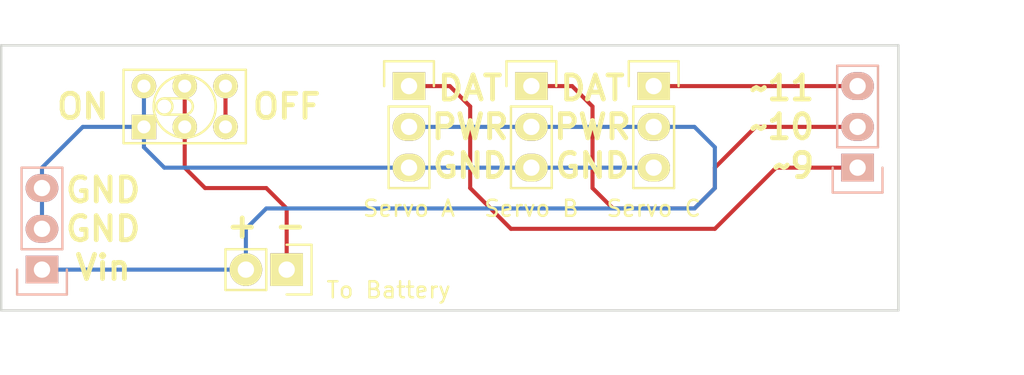
<source format=kicad_pcb>
(kicad_pcb (version 4) (host pcbnew 4.0.2-stable)

  (general
    (links 16)
    (no_connects 0)
    (area 137.084999 78.8872 201.888991 103.8228)
    (thickness 1.6)
    (drawings 11)
    (tracks 46)
    (zones 0)
    (modules 7)
    (nets 8)
  )

  (page A4)
  (layers
    (0 F.Cu signal)
    (31 B.Cu signal)
    (36 B.SilkS user)
    (37 F.SilkS user)
    (38 B.Mask user)
    (39 F.Mask user)
    (40 Dwgs.User user)
    (41 Cmts.User user)
    (42 Eco1.User user)
    (43 Eco2.User user)
    (44 Edge.Cuts user)
    (45 Margin user)
  )

  (setup
    (last_trace_width 0.254)
    (trace_clearance 0.1778)
    (zone_clearance 0.508)
    (zone_45_only no)
    (trace_min 0.2)
    (segment_width 0.2)
    (edge_width 0.15)
    (via_size 0.6)
    (via_drill 0.4)
    (via_min_size 0.4)
    (via_min_drill 0.3)
    (uvia_size 0.3)
    (uvia_drill 0.1)
    (uvias_allowed no)
    (uvia_min_size 0.2)
    (uvia_min_drill 0.1)
    (pcb_text_width 0.3)
    (pcb_text_size 1.5 1.5)
    (mod_edge_width 0.15)
    (mod_text_size 1 1)
    (mod_text_width 0.15)
    (pad_size 1.524 1.524)
    (pad_drill 0.762)
    (pad_to_mask_clearance 0.2)
    (aux_axis_origin 137.16 99.06)
    (grid_origin 137.16 99.06)
    (visible_elements 7FFFFFFF)
    (pcbplotparams
      (layerselection 0x01030_80000001)
      (usegerberextensions false)
      (excludeedgelayer true)
      (linewidth 0.100000)
      (plotframeref false)
      (viasonmask false)
      (mode 1)
      (useauxorigin false)
      (hpglpennumber 1)
      (hpglpenspeed 20)
      (hpglpendiameter 15)
      (hpglpenoverlay 2)
      (psnegative false)
      (psa4output false)
      (plotreference true)
      (plotvalue true)
      (plotinvisibletext false)
      (padsonsilk false)
      (subtractmaskfromsilk false)
      (outputformat 1)
      (mirror false)
      (drillshape 0)
      (scaleselection 1)
      (outputdirectory gerb/))
  )

  (net 0 "")
  (net 1 GNDREF)
  (net 2 +5V)
  (net 3 "Net-(P2-Pad1)")
  (net 4 "Net-(P2-Pad3)")
  (net 5 "Net-(P3-Pad2)")
  (net 6 "Net-(P3-Pad3)")
  (net 7 "Net-(SW1-Pad3)")

  (net_class Default "This is the default net class."
    (clearance 0.1778)
    (trace_width 0.254)
    (via_dia 0.6)
    (via_drill 0.4)
    (uvia_dia 0.3)
    (uvia_drill 0.1)
    (add_net +5V)
    (add_net GNDREF)
    (add_net "Net-(P2-Pad1)")
    (add_net "Net-(P2-Pad3)")
    (add_net "Net-(P3-Pad2)")
    (add_net "Net-(P3-Pad3)")
    (add_net "Net-(SW1-Pad3)")
  )

  (module Pin_Headers:Pin_Header_Straight_1x02 (layer F.Cu) (tedit 571DA77F) (tstamp 571D9BA6)
    (at 154.94 96.52 270)
    (descr "Through hole pin header")
    (tags "pin header")
    (path /571D995E)
    (fp_text reference "" (at 6.35 -6.35 270) (layer F.SilkS)
      (effects (font (size 1 1) (thickness 0.15)))
    )
    (fp_text value "To Battery" (at 1.27 -6.35 360) (layer F.SilkS)
      (effects (font (size 1 1) (thickness 0.15)))
    )
    (fp_line (start 1.27 1.27) (end 1.27 3.81) (layer F.SilkS) (width 0.15))
    (fp_line (start 1.55 -1.55) (end 1.55 0) (layer F.SilkS) (width 0.15))
    (fp_line (start -1.75 -1.75) (end -1.75 4.3) (layer F.CrtYd) (width 0.05))
    (fp_line (start 1.75 -1.75) (end 1.75 4.3) (layer F.CrtYd) (width 0.05))
    (fp_line (start -1.75 -1.75) (end 1.75 -1.75) (layer F.CrtYd) (width 0.05))
    (fp_line (start -1.75 4.3) (end 1.75 4.3) (layer F.CrtYd) (width 0.05))
    (fp_line (start 1.27 1.27) (end -1.27 1.27) (layer F.SilkS) (width 0.15))
    (fp_line (start -1.55 0) (end -1.55 -1.55) (layer F.SilkS) (width 0.15))
    (fp_line (start -1.55 -1.55) (end 1.55 -1.55) (layer F.SilkS) (width 0.15))
    (fp_line (start -1.27 1.27) (end -1.27 3.81) (layer F.SilkS) (width 0.15))
    (fp_line (start -1.27 3.81) (end 1.27 3.81) (layer F.SilkS) (width 0.15))
    (pad 1 thru_hole rect (at 0 0 270) (size 2.032 2.032) (drill 1.016) (layers *.Cu *.Mask F.SilkS)
      (net 1 GNDREF))
    (pad 2 thru_hole oval (at 0 2.54 270) (size 2.032 2.032) (drill 1.016) (layers *.Cu *.Mask F.SilkS)
      (net 2 +5V))
    (model Pin_Headers.3dshapes/Pin_Header_Straight_1x02.wrl
      (at (xyz 0 -0.05 0))
      (scale (xyz 1 1 1))
      (rotate (xyz 0 0 90))
    )
  )

  (module Pin_Headers:Pin_Header_Straight_1x03 (layer F.Cu) (tedit 571DA785) (tstamp 571D9BB8)
    (at 162.56 85.09)
    (descr "Through hole pin header")
    (tags "pin header")
    (path /571D94CE)
    (fp_text reference "" (at 0 -5.1) (layer F.SilkS)
      (effects (font (size 1 1) (thickness 0.15)))
    )
    (fp_text value "Servo A" (at 0 7.62) (layer F.SilkS)
      (effects (font (size 1 1) (thickness 0.15)))
    )
    (fp_line (start -1.75 -1.75) (end -1.75 6.85) (layer F.CrtYd) (width 0.05))
    (fp_line (start 1.75 -1.75) (end 1.75 6.85) (layer F.CrtYd) (width 0.05))
    (fp_line (start -1.75 -1.75) (end 1.75 -1.75) (layer F.CrtYd) (width 0.05))
    (fp_line (start -1.75 6.85) (end 1.75 6.85) (layer F.CrtYd) (width 0.05))
    (fp_line (start -1.27 1.27) (end -1.27 6.35) (layer F.SilkS) (width 0.15))
    (fp_line (start -1.27 6.35) (end 1.27 6.35) (layer F.SilkS) (width 0.15))
    (fp_line (start 1.27 6.35) (end 1.27 1.27) (layer F.SilkS) (width 0.15))
    (fp_line (start 1.55 -1.55) (end 1.55 0) (layer F.SilkS) (width 0.15))
    (fp_line (start 1.27 1.27) (end -1.27 1.27) (layer F.SilkS) (width 0.15))
    (fp_line (start -1.55 0) (end -1.55 -1.55) (layer F.SilkS) (width 0.15))
    (fp_line (start -1.55 -1.55) (end 1.55 -1.55) (layer F.SilkS) (width 0.15))
    (pad 1 thru_hole rect (at 0 0) (size 2.032 1.7272) (drill 1.016) (layers *.Cu *.Mask F.SilkS)
      (net 3 "Net-(P2-Pad1)"))
    (pad 2 thru_hole oval (at 0 2.54) (size 2.032 1.7272) (drill 1.016) (layers *.Cu *.Mask F.SilkS)
      (net 2 +5V))
    (pad 3 thru_hole oval (at 0 5.08) (size 2.032 1.7272) (drill 1.016) (layers *.Cu *.Mask F.SilkS)
      (net 4 "Net-(P2-Pad3)"))
    (model Pin_Headers.3dshapes/Pin_Header_Straight_1x03.wrl
      (at (xyz 0 -0.1 0))
      (scale (xyz 1 1 1))
      (rotate (xyz 0 0 90))
    )
  )

  (module Pin_Headers:Pin_Header_Straight_1x03 (layer B.Cu) (tedit 571DA90F) (tstamp 571D9BCA)
    (at 190.5 90.17)
    (descr "Through hole pin header")
    (tags "pin header")
    (path /571D976E)
    (fp_text reference "" (at 10.16 5.08) (layer B.SilkS)
      (effects (font (size 1 1) (thickness 0.15)) (justify mirror))
    )
    (fp_text value "" (at 8.89 1.27 90) (layer B.Fab)
      (effects (font (size 1 1) (thickness 0.15)) (justify mirror))
    )
    (fp_line (start -1.75 1.75) (end -1.75 -6.85) (layer B.CrtYd) (width 0.05))
    (fp_line (start 1.75 1.75) (end 1.75 -6.85) (layer B.CrtYd) (width 0.05))
    (fp_line (start -1.75 1.75) (end 1.75 1.75) (layer B.CrtYd) (width 0.05))
    (fp_line (start -1.75 -6.85) (end 1.75 -6.85) (layer B.CrtYd) (width 0.05))
    (fp_line (start -1.27 -1.27) (end -1.27 -6.35) (layer B.SilkS) (width 0.15))
    (fp_line (start -1.27 -6.35) (end 1.27 -6.35) (layer B.SilkS) (width 0.15))
    (fp_line (start 1.27 -6.35) (end 1.27 -1.27) (layer B.SilkS) (width 0.15))
    (fp_line (start 1.55 1.55) (end 1.55 0) (layer B.SilkS) (width 0.15))
    (fp_line (start 1.27 -1.27) (end -1.27 -1.27) (layer B.SilkS) (width 0.15))
    (fp_line (start -1.55 0) (end -1.55 1.55) (layer B.SilkS) (width 0.15))
    (fp_line (start -1.55 1.55) (end 1.55 1.55) (layer B.SilkS) (width 0.15))
    (pad 1 thru_hole rect (at 0 0) (size 2.032 1.7272) (drill 1.016) (layers *.Cu *.Mask B.SilkS)
      (net 3 "Net-(P2-Pad1)"))
    (pad 2 thru_hole oval (at 0 -2.54) (size 2.032 1.7272) (drill 1.016) (layers *.Cu *.Mask B.SilkS)
      (net 5 "Net-(P3-Pad2)"))
    (pad 3 thru_hole oval (at 0 -5.08) (size 2.032 1.7272) (drill 1.016) (layers *.Cu *.Mask B.SilkS)
      (net 6 "Net-(P3-Pad3)"))
    (model Pin_Headers.3dshapes/Pin_Header_Straight_1x03.wrl
      (at (xyz 0 -0.1 0))
      (scale (xyz 1 1 1))
      (rotate (xyz 0 0 90))
    )
  )

  (module Pin_Headers:Pin_Header_Straight_1x03 (layer F.Cu) (tedit 571DA787) (tstamp 571D9BDC)
    (at 170.18 85.09)
    (descr "Through hole pin header")
    (tags "pin header")
    (path /571D9672)
    (fp_text reference "" (at 0 -5.1) (layer F.SilkS)
      (effects (font (size 1 1) (thickness 0.15)))
    )
    (fp_text value "Servo B" (at 0 7.62) (layer F.SilkS)
      (effects (font (size 1 1) (thickness 0.15)))
    )
    (fp_line (start -1.75 -1.75) (end -1.75 6.85) (layer F.CrtYd) (width 0.05))
    (fp_line (start 1.75 -1.75) (end 1.75 6.85) (layer F.CrtYd) (width 0.05))
    (fp_line (start -1.75 -1.75) (end 1.75 -1.75) (layer F.CrtYd) (width 0.05))
    (fp_line (start -1.75 6.85) (end 1.75 6.85) (layer F.CrtYd) (width 0.05))
    (fp_line (start -1.27 1.27) (end -1.27 6.35) (layer F.SilkS) (width 0.15))
    (fp_line (start -1.27 6.35) (end 1.27 6.35) (layer F.SilkS) (width 0.15))
    (fp_line (start 1.27 6.35) (end 1.27 1.27) (layer F.SilkS) (width 0.15))
    (fp_line (start 1.55 -1.55) (end 1.55 0) (layer F.SilkS) (width 0.15))
    (fp_line (start 1.27 1.27) (end -1.27 1.27) (layer F.SilkS) (width 0.15))
    (fp_line (start -1.55 0) (end -1.55 -1.55) (layer F.SilkS) (width 0.15))
    (fp_line (start -1.55 -1.55) (end 1.55 -1.55) (layer F.SilkS) (width 0.15))
    (pad 1 thru_hole rect (at 0 0) (size 2.032 1.7272) (drill 1.016) (layers *.Cu *.Mask F.SilkS)
      (net 5 "Net-(P3-Pad2)"))
    (pad 2 thru_hole oval (at 0 2.54) (size 2.032 1.7272) (drill 1.016) (layers *.Cu *.Mask F.SilkS)
      (net 2 +5V))
    (pad 3 thru_hole oval (at 0 5.08) (size 2.032 1.7272) (drill 1.016) (layers *.Cu *.Mask F.SilkS)
      (net 4 "Net-(P2-Pad3)"))
    (model Pin_Headers.3dshapes/Pin_Header_Straight_1x03.wrl
      (at (xyz 0 -0.1 0))
      (scale (xyz 1 1 1))
      (rotate (xyz 0 0 90))
    )
  )

  (module Pin_Headers:Pin_Header_Straight_1x03 (layer F.Cu) (tedit 571DA78B) (tstamp 571D9BEE)
    (at 177.8 85.09)
    (descr "Through hole pin header")
    (tags "pin header")
    (path /571D96AA)
    (fp_text reference "" (at 0 -5.1 90) (layer F.SilkS)
      (effects (font (size 1 1) (thickness 0.15)))
    )
    (fp_text value "Servo C" (at 0 7.62) (layer F.SilkS)
      (effects (font (size 1 1) (thickness 0.15)))
    )
    (fp_line (start -1.75 -1.75) (end -1.75 6.85) (layer F.CrtYd) (width 0.05))
    (fp_line (start 1.75 -1.75) (end 1.75 6.85) (layer F.CrtYd) (width 0.05))
    (fp_line (start -1.75 -1.75) (end 1.75 -1.75) (layer F.CrtYd) (width 0.05))
    (fp_line (start -1.75 6.85) (end 1.75 6.85) (layer F.CrtYd) (width 0.05))
    (fp_line (start -1.27 1.27) (end -1.27 6.35) (layer F.SilkS) (width 0.15))
    (fp_line (start -1.27 6.35) (end 1.27 6.35) (layer F.SilkS) (width 0.15))
    (fp_line (start 1.27 6.35) (end 1.27 1.27) (layer F.SilkS) (width 0.15))
    (fp_line (start 1.55 -1.55) (end 1.55 0) (layer F.SilkS) (width 0.15))
    (fp_line (start 1.27 1.27) (end -1.27 1.27) (layer F.SilkS) (width 0.15))
    (fp_line (start -1.55 0) (end -1.55 -1.55) (layer F.SilkS) (width 0.15))
    (fp_line (start -1.55 -1.55) (end 1.55 -1.55) (layer F.SilkS) (width 0.15))
    (pad 1 thru_hole rect (at 0 0) (size 2.032 1.7272) (drill 1.016) (layers *.Cu *.Mask F.SilkS)
      (net 6 "Net-(P3-Pad3)"))
    (pad 2 thru_hole oval (at 0 2.54) (size 2.032 1.7272) (drill 1.016) (layers *.Cu *.Mask F.SilkS)
      (net 2 +5V))
    (pad 3 thru_hole oval (at 0 5.08) (size 2.032 1.7272) (drill 1.016) (layers *.Cu *.Mask F.SilkS)
      (net 4 "Net-(P2-Pad3)"))
    (model Pin_Headers.3dshapes/Pin_Header_Straight_1x03.wrl
      (at (xyz 0 -0.1 0))
      (scale (xyz 1 1 1))
      (rotate (xyz 0 0 90))
    )
  )

  (module Pin_Headers:Pin_Header_Straight_1x03 (layer B.Cu) (tedit 571DA797) (tstamp 571D9C00)
    (at 139.7 96.52)
    (descr "Through hole pin header")
    (tags "pin header")
    (path /571D9C0E)
    (fp_text reference "" (at 0 5.1) (layer B.SilkS)
      (effects (font (size 1 1) (thickness 0.15)) (justify mirror))
    )
    (fp_text value "" (at 2.54 6.35) (layer B.Fab)
      (effects (font (size 1 1) (thickness 0.15)) (justify mirror))
    )
    (fp_line (start -1.75 1.75) (end -1.75 -6.85) (layer B.CrtYd) (width 0.05))
    (fp_line (start 1.75 1.75) (end 1.75 -6.85) (layer B.CrtYd) (width 0.05))
    (fp_line (start -1.75 1.75) (end 1.75 1.75) (layer B.CrtYd) (width 0.05))
    (fp_line (start -1.75 -6.85) (end 1.75 -6.85) (layer B.CrtYd) (width 0.05))
    (fp_line (start -1.27 -1.27) (end -1.27 -6.35) (layer B.SilkS) (width 0.15))
    (fp_line (start -1.27 -6.35) (end 1.27 -6.35) (layer B.SilkS) (width 0.15))
    (fp_line (start 1.27 -6.35) (end 1.27 -1.27) (layer B.SilkS) (width 0.15))
    (fp_line (start 1.55 1.55) (end 1.55 0) (layer B.SilkS) (width 0.15))
    (fp_line (start 1.27 -1.27) (end -1.27 -1.27) (layer B.SilkS) (width 0.15))
    (fp_line (start -1.55 0) (end -1.55 1.55) (layer B.SilkS) (width 0.15))
    (fp_line (start -1.55 1.55) (end 1.55 1.55) (layer B.SilkS) (width 0.15))
    (pad 1 thru_hole rect (at 0 0) (size 2.032 1.7272) (drill 1.016) (layers *.Cu *.Mask B.SilkS)
      (net 2 +5V))
    (pad 2 thru_hole oval (at 0 -2.54) (size 2.032 1.7272) (drill 1.016) (layers *.Cu *.Mask B.SilkS)
      (net 4 "Net-(P2-Pad3)"))
    (pad 3 thru_hole oval (at 0 -5.08) (size 2.032 1.7272) (drill 1.016) (layers *.Cu *.Mask B.SilkS)
      (net 4 "Net-(P2-Pad3)"))
    (model Pin_Headers.3dshapes/Pin_Header_Straight_1x03.wrl
      (at (xyz 0 -0.1 0))
      (scale (xyz 1 1 1))
      (rotate (xyz 0 0 90))
    )
  )

  (module Buttons_Switches_ThroughHole:SW_NKK_G1xJP (layer F.Cu) (tedit 571DA793) (tstamp 571DA2B2)
    (at 148.59 86.36)
    (descr "Switch Nikkai ref G1xJP")
    (tags "SWITCH DEV TOGGLE ILLUM SPDT")
    (path /571DBD8A)
    (fp_text reference "" (at 2.54 -6.35) (layer F.SilkS)
      (effects (font (size 1 1) (thickness 0.15)))
    )
    (fp_text value "" (at 0 -5.08) (layer F.Fab)
      (effects (font (size 1 1) (thickness 0.15)))
    )
    (fp_circle (center -1.27 0) (end -1.778 0) (layer F.SilkS) (width 0.15))
    (fp_line (start 0 0.508) (end -1.27 0.508) (layer F.SilkS) (width 0.15))
    (fp_line (start -1.27 -0.508) (end 0 -0.508) (layer F.SilkS) (width 0.15))
    (fp_arc (start 0 0) (end 0 -0.508) (angle 90) (layer F.SilkS) (width 0.15))
    (fp_arc (start 0 0) (end 0.508 0) (angle 90) (layer F.SilkS) (width 0.15))
    (fp_circle (center 0 0) (end -0.762 -1.778) (layer F.SilkS) (width 0.15))
    (fp_line (start 3.81 -2.286) (end 3.81 2.286) (layer F.SilkS) (width 0.15))
    (fp_line (start -3.81 -2.286) (end -3.81 2.286) (layer F.SilkS) (width 0.15))
    (fp_line (start -3.81 -2.286) (end 3.81 -2.286) (layer F.SilkS) (width 0.15))
    (fp_line (start 3.81 2.286) (end -3.81 2.286) (layer F.SilkS) (width 0.15))
    (pad 1 thru_hole rect (at -2.54 1.27) (size 1.524 1.524) (drill 0.8128) (layers *.Cu *.Mask F.SilkS)
      (net 4 "Net-(P2-Pad3)"))
    (pad 2 thru_hole circle (at 0 1.27) (size 1.524 1.524) (drill 0.8128) (layers *.Cu *.Mask F.SilkS)
      (net 1 GNDREF))
    (pad 3 thru_hole circle (at 2.54 1.27) (size 1.524 1.524) (drill 0.8128) (layers *.Cu *.Mask F.SilkS)
      (net 7 "Net-(SW1-Pad3)"))
    (pad 4 thru_hole circle (at 2.54 -1.27) (size 1.524 1.524) (drill 0.8128) (layers *.Cu *.Mask F.SilkS)
      (net 7 "Net-(SW1-Pad3)"))
    (pad 5 thru_hole circle (at 0 -1.27) (size 1.524 1.524) (drill 0.8128) (layers *.Cu *.Mask F.SilkS)
      (net 1 GNDREF))
    (pad 6 thru_hole circle (at -2.54 -1.27) (size 1.524 1.524) (drill 0.8128) (layers *.Cu *.Mask F.SilkS)
      (net 4 "Net-(P2-Pad3)"))
    (model Buttons_Switches_ThroughHole.3dshapes/SW_NKK_G1xJP.wrl
      (at (xyz 0 0 0))
      (scale (xyz 0.33 0.33 0.33))
      (rotate (xyz 0 0 0))
    )
  )

  (gr_text "DAT\nPWR\nGND" (at 173.99 87.63) (layer F.SilkS)
    (effects (font (size 1.5 1.5) (thickness 0.3)))
  )
  (gr_text "DAT\nPWR\nGND" (at 166.37 87.63) (layer F.SilkS)
    (effects (font (size 1.5 1.5) (thickness 0.3)))
  )
  (gr_text "~~11\n~~10\n~~9" (at 187.96 87.63) (layer F.SilkS)
    (effects (font (size 1.5 1.5) (thickness 0.3)) (justify right))
  )
  (gr_text OFF (at 154.94 86.36) (layer F.SilkS)
    (effects (font (size 1.5 1.5) (thickness 0.3)))
  )
  (gr_text ON (at 142.24 86.36) (layer F.SilkS)
    (effects (font (size 1.5 1.5) (thickness 0.3)))
  )
  (gr_text "+ -" (at 153.67 93.98 180) (layer F.SilkS)
    (effects (font (size 1.5 1.5) (thickness 0.3)) (justify mirror))
  )
  (gr_text "GND\nGND\nVin" (at 143.51 93.98) (layer F.SilkS)
    (effects (font (size 1.5 1.5) (thickness 0.3)))
  )
  (gr_line (start 193.04 82.55) (end 137.16 82.55) (angle 90) (layer Edge.Cuts) (width 0.15))
  (gr_line (start 193.04 99.06) (end 193.04 82.55) (angle 90) (layer Edge.Cuts) (width 0.15))
  (gr_line (start 137.16 99.06) (end 193.04 99.06) (angle 90) (layer Edge.Cuts) (width 0.15))
  (gr_line (start 137.16 82.55) (end 137.16 99.06) (angle 90) (layer Edge.Cuts) (width 0.15))

  (segment (start 154.94 96.52) (end 154.94 92.71) (width 0.254) (layer F.Cu) (net 1))
  (segment (start 148.59 90.17) (end 148.59 87.63) (width 0.254) (layer F.Cu) (net 1) (tstamp 571DA4C6))
  (segment (start 149.86 91.44) (end 148.59 90.17) (width 0.254) (layer F.Cu) (net 1) (tstamp 571DA4C4))
  (segment (start 153.67 91.44) (end 149.86 91.44) (width 0.254) (layer F.Cu) (net 1) (tstamp 571DA4C2))
  (segment (start 154.94 92.71) (end 153.67 91.44) (width 0.254) (layer F.Cu) (net 1) (tstamp 571DA4C1))
  (segment (start 148.59 85.09) (end 148.59 87.63) (width 0.254) (layer F.Cu) (net 1))
  (segment (start 152.4 96.52) (end 139.7 96.52) (width 0.254) (layer B.Cu) (net 2))
  (segment (start 177.8 87.63) (end 180.34 87.63) (width 0.254) (layer B.Cu) (net 2))
  (segment (start 152.4 93.98) (end 152.4 96.52) (width 0.254) (layer B.Cu) (net 2) (tstamp 571DA4F5))
  (segment (start 153.67 92.71) (end 152.4 93.98) (width 0.254) (layer B.Cu) (net 2) (tstamp 571DA4F3))
  (segment (start 154.94 92.71) (end 153.67 92.71) (width 0.254) (layer B.Cu) (net 2) (tstamp 571DA4EE))
  (segment (start 180.34 92.71) (end 154.94 92.71) (width 0.254) (layer B.Cu) (net 2) (tstamp 571DA4EC))
  (segment (start 181.61 91.44) (end 180.34 92.71) (width 0.254) (layer B.Cu) (net 2) (tstamp 571DA4EA))
  (segment (start 181.61 88.9) (end 181.61 91.44) (width 0.254) (layer B.Cu) (net 2) (tstamp 571DA4E8))
  (segment (start 180.34 87.63) (end 181.61 88.9) (width 0.254) (layer B.Cu) (net 2) (tstamp 571DA4E5))
  (segment (start 170.18 87.63) (end 177.8 87.63) (width 0.254) (layer B.Cu) (net 2))
  (segment (start 170.18 87.63) (end 162.56 87.63) (width 0.254) (layer B.Cu) (net 2) (tstamp 571DA3E1))
  (segment (start 185.42 90.17) (end 190.5 90.17) (width 0.254) (layer F.Cu) (net 3) (tstamp 571DA406))
  (segment (start 184.15 91.44) (end 185.42 90.17) (width 0.254) (layer F.Cu) (net 3) (tstamp 571DA404))
  (segment (start 181.61 93.98) (end 184.15 91.44) (width 0.254) (layer F.Cu) (net 3) (tstamp 571DA402))
  (segment (start 168.91 93.98) (end 181.61 93.98) (width 0.254) (layer F.Cu) (net 3) (tstamp 571DA401))
  (segment (start 166.37 91.44) (end 168.91 93.98) (width 0.254) (layer F.Cu) (net 3) (tstamp 571DA400))
  (segment (start 166.37 86.36) (end 166.37 91.44) (width 0.254) (layer F.Cu) (net 3) (tstamp 571DA3FF))
  (segment (start 165.1 85.09) (end 166.37 86.36) (width 0.254) (layer F.Cu) (net 3) (tstamp 571DA3FE))
  (segment (start 162.56 85.09) (end 165.1 85.09) (width 0.254) (layer F.Cu) (net 3))
  (segment (start 170.18 90.17) (end 177.8 90.17) (width 0.254) (layer B.Cu) (net 4))
  (segment (start 162.56 90.17) (end 170.18 90.17) (width 0.254) (layer B.Cu) (net 4))
  (segment (start 146.05 87.63) (end 146.05 88.9) (width 0.254) (layer B.Cu) (net 4))
  (segment (start 147.32 90.17) (end 162.56 90.17) (width 0.254) (layer B.Cu) (net 4) (tstamp 571DA3C7))
  (segment (start 146.05 88.9) (end 147.32 90.17) (width 0.254) (layer B.Cu) (net 4) (tstamp 571DA3C5))
  (segment (start 146.05 87.63) (end 146.05 85.09) (width 0.254) (layer B.Cu) (net 4))
  (segment (start 139.7 91.44) (end 139.7 90.17) (width 0.254) (layer B.Cu) (net 4))
  (segment (start 142.24 87.63) (end 146.05 87.63) (width 0.254) (layer B.Cu) (net 4) (tstamp 571DA3BF))
  (segment (start 139.7 90.17) (end 142.24 87.63) (width 0.254) (layer B.Cu) (net 4) (tstamp 571DA3BD))
  (segment (start 139.7 93.98) (end 139.7 91.44) (width 0.254) (layer B.Cu) (net 4))
  (segment (start 170.18 85.09) (end 172.72 85.09) (width 0.254) (layer F.Cu) (net 5))
  (segment (start 184.15 87.63) (end 190.5 87.63) (width 0.254) (layer F.Cu) (net 5) (tstamp 571DA3FA))
  (segment (start 181.61 90.17) (end 184.15 87.63) (width 0.254) (layer F.Cu) (net 5) (tstamp 571DA3F8))
  (segment (start 181.61 91.44) (end 181.61 90.17) (width 0.254) (layer F.Cu) (net 5) (tstamp 571DA3F6))
  (segment (start 180.34 92.71) (end 181.61 91.44) (width 0.254) (layer F.Cu) (net 5) (tstamp 571DA3F4))
  (segment (start 175.26 92.71) (end 180.34 92.71) (width 0.254) (layer F.Cu) (net 5) (tstamp 571DA3F1))
  (segment (start 173.99 91.44) (end 175.26 92.71) (width 0.254) (layer F.Cu) (net 5) (tstamp 571DA3EF))
  (segment (start 173.99 86.36) (end 173.99 91.44) (width 0.254) (layer F.Cu) (net 5) (tstamp 571DA3ED))
  (segment (start 172.72 85.09) (end 173.99 86.36) (width 0.254) (layer F.Cu) (net 5) (tstamp 571DA3EA))
  (segment (start 177.8 85.09) (end 190.5 85.09) (width 0.254) (layer F.Cu) (net 6))
  (segment (start 151.13 85.09) (end 151.13 87.63) (width 0.254) (layer F.Cu) (net 7))

)

</source>
